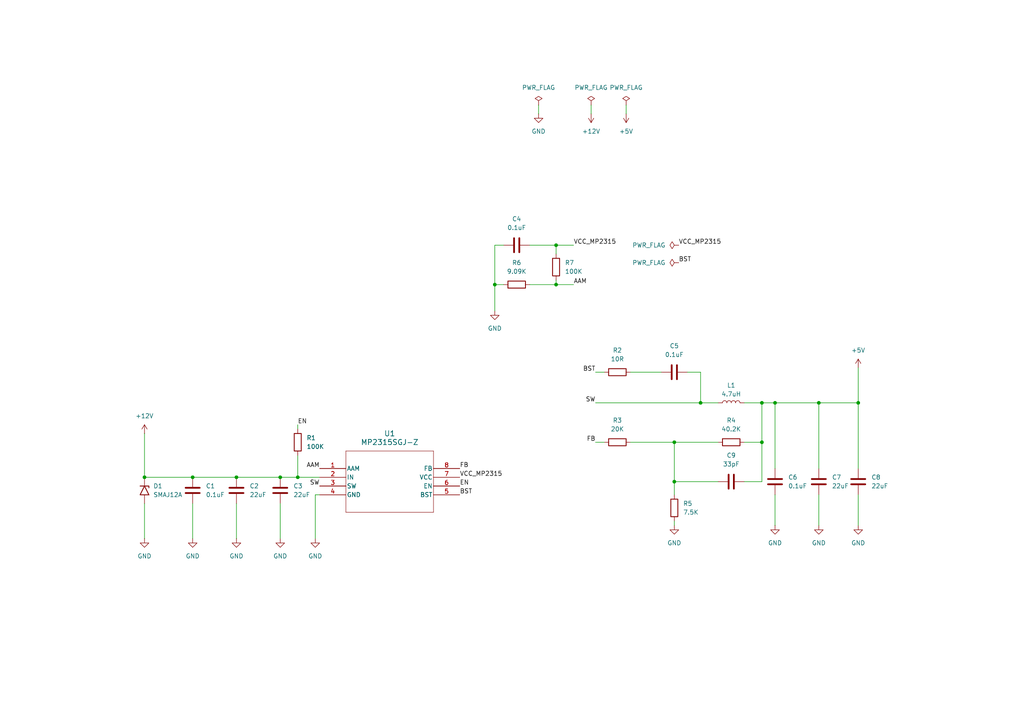
<source format=kicad_sch>
(kicad_sch (version 20231120) (generator "eeschema") (generator_version "8.0")
  (paper "A4")
  (title_block (title "12V转5V_PWM风扇驱动板") (date "2024-11-29") (rev "1.0") (company "Steins;Gate"))
  (lib_symbols
    (symbol "Device:C" (pin_numbers hide) (pin_names (offset 0.254))
      (property "Reference" "C" (at 0.635 2.54 0))
      (property "Value" "C" (at 0.635 -2.54 0))
      (symbol "C_0_1"
        (polyline (pts (xy -2.032 -0.762) (xy 2.032 -0.762)) (stroke (width 0.508)))
        (polyline (pts (xy -2.032 0.762) (xy 2.032 0.762)) (stroke (width 0.508)))
      )
      (symbol "C_1_1"
        (pin passive line (at 0 3.81 270) (length 2.794) (name "~") (number "1"))
        (pin passive line (at 0 -3.81 90) (length 2.794) (name "~") (number "2"))
      )
    )
    (symbol "Device:L" (pin_numbers hide) (pin_names (offset 1.016) hide)
      (property "Reference" "L" (at -1.27 0 90))
      (property "Value" "L" (at 1.905 0 90))
      (symbol "L_0_1"
        (arc (start 0 -2.54) (mid 0.6323 -1.905) (end 0 -1.27))
        (arc (start 0 -1.27) (mid 0.6323 -0.635) (end 0 0))
        (arc (start 0 0) (mid 0.6323 0.635) (end 0 1.27))
        (arc (start 0 1.27) (mid 0.6323 1.905) (end 0 2.54))
      )
      (symbol "L_1_1"
        (pin passive line (at 0 3.81 270) (length 1.27) (name "1") (number "1"))
        (pin passive line (at 0 -3.81 90) (length 1.27) (name "2") (number "2"))
      )
    )
    (symbol "Device:R" (pin_numbers hide) (pin_names (offset 0))
      (property "Reference" "R" (at 2.032 0 90))
      (property "Value" "R" (at 0 0 90))
      (symbol "R_0_1"
        (rectangle (start -1.016 -2.54) (end 1.016 2.54) (stroke (width 0.254)))
      )
      (symbol "R_1_1"
        (pin passive line (at 0 3.81 270) (length 1.27) (name "~") (number "1"))
        (pin passive line (at 0 -3.81 90) (length 1.27) (name "~") (number "2"))
      )
    )
    (symbol "Diode:SMAJ12A" (pin_numbers hide) (pin_names (offset 1.016) hide)
      (property "Reference" "D" (at 0 2.54 0))
      (property "Value" "SMAJ12A" (at 0 -2.54 0))
      (symbol "SMAJ12A_0_1"
        (polyline (pts (xy -0.762 1.27) (xy -1.27 1.27) (xy -1.27 -1.27)) (stroke (width 0.254)))
        (polyline (pts (xy 1.27 1.27) (xy 1.27 -1.27) (xy -1.27 0) (xy 1.27 1.27)) (stroke (width 0.254)))
      )
      (symbol "SMAJ12A_1_1"
        (pin passive line (at -3.81 0 0) (length 2.54) (name "A1") (number "1"))
        (pin passive line (at 3.81 0 180) (length 2.54) (name "A2") (number "2"))
      )
    )
    (symbol "fan:MP2315SGJ-Z" (pin_names (offset 0.254))
      (property "Reference" "U" (at 20.32 10.16 0))
      (property "Value" "MP2315SGJ-Z" (at 20.32 7.62 0))
      (symbol "MP2315SGJ-Z_0_1"
        (polyline (pts (xy 7.62 -12.7) (xy 33.02 -12.7)) (stroke (width 0.127)))
        (polyline (pts (xy 7.62 5.08) (xy 7.62 -12.7)) (stroke (width 0.127)))
        (polyline (pts (xy 33.02 -12.7) (xy 33.02 5.08)) (stroke (width 0.127)))
        (polyline (pts (xy 33.02 5.08) (xy 7.62 5.08)) (stroke (width 0.127)))
        (pin unspecified line (at 0 0 0) (length 7.62) (name "AAM") (number "1"))
        (pin power_in line (at 0 -2.54 0) (length 7.62) (name "IN") (number "2"))
        (pin output line (at 0 -5.08 0) (length 7.62) (name "SW") (number "3"))
        (pin power_in line (at 0 -7.62 0) (length 7.62) (name "GND") (number "4"))
        (pin power_in line (at 40.64 -7.62 180) (length 7.62) (name "BST") (number "5"))
        (pin unspecified line (at 40.64 -5.08 180) (length 7.62) (name "EN") (number "6"))
        (pin power_in line (at 40.64 -2.54 180) (length 7.62) (name "VCC") (number "7"))
        (pin unspecified line (at 40.64 0 180) (length 7.62) (name "FB") (number "8"))
      )
    )
    (symbol "power:+12V" (power) (pin_numbers hide) (pin_names (offset 0) hide)
      (property "Value" "+12V" (at 0 3.556 0))
      (symbol "+12V_0_1"
        (polyline (pts (xy -0.762 1.27) (xy 0 2.54)))
        (polyline (pts (xy 0 0) (xy 0 2.54)))
        (polyline (pts (xy 0 2.54) (xy 0.762 1.27)))
      )
      (symbol "+12V_1_1"
        (pin power_in line (at 0 0 90) (length 0) (name "~") (number "1"))
      )
    )
    (symbol "power:+5V" (power) (pin_numbers hide) (pin_names (offset 0) hide)
      (property "Value" "+5V" (at 0 3.556 0))
      (symbol "+5V_0_1"
        (polyline (pts (xy -0.762 1.27) (xy 0 2.54)))
        (polyline (pts (xy 0 0) (xy 0 2.54)))
        (polyline (pts (xy 0 2.54) (xy 0.762 1.27)))
      )
      (symbol "+5V_1_1"
        (pin power_in line (at 0 0 90) (length 0) (name "~") (number "1"))
      )
    )
    (symbol "power:GND" (power) (pin_numbers hide) (pin_names (offset 0) hide)
      (property "Value" "GND" (at 0 -3.81 0))
      (symbol "GND_0_1"
        (polyline (pts (xy 0 0) (xy 0 -1.27) (xy 1.27 -1.27) (xy 0 -2.54) (xy -1.27 -1.27) (xy 0 -1.27)))
      )
      (symbol "GND_1_1"
        (pin power_in line (at 0 0 270) (length 0) (name "~") (number "1"))
      )
    )
    (symbol "power:PWR_FLAG" (power) (pin_numbers hide) (pin_names (offset 0) hide)
      (property "Value" "PWR_FLAG" (at 0 3.81 0))
      (symbol "PWR_FLAG_0_0"
        (pin power_out line (at 0 0 90) (length 0) (name "~") (number "1"))
      )
      (symbol "PWR_FLAG_0_1"
        (polyline (pts (xy 0 0) (xy 0 1.27) (xy -1.016 1.905) (xy 0 2.54) (xy 1.016 1.905) (xy 0 1.27)))
      )
    )
  )
  (junction (at 161.29 71.12))
  (junction (at 224.79 116.84))
  (junction (at 220.98 128.27))
  (junction (at 68.58 138.43))
  (junction (at 55.88 138.43))
  (junction (at 161.29 82.55))
  (junction (at 86.36 138.43))
  (junction (at 203.2 116.84))
  (junction (at 220.98 116.84))
  (junction (at 237.49 116.84))
  (junction (at 81.28 138.43))
  (junction (at 41.91 138.43))
  (junction (at 143.51 82.55))
  (junction (at 248.92 116.84))
  (junction (at 195.58 139.7))
  (junction (at 195.58 128.27))
  (wire (pts (xy 182.88 128.27) (xy 195.58 128.27)))
  (wire (pts (xy 248.92 143.51) (xy 248.92 152.4)))
  (wire (pts (xy 91.44 143.51) (xy 91.44 156.21)))
  (wire (pts (xy 86.36 123.19) (xy 86.36 124.46)))
  (wire (pts (xy 224.79 143.51) (xy 224.79 152.4)))
  (wire (pts (xy 181.61 30.48) (xy 181.61 33.02)))
  (wire (pts (xy 161.29 71.12) (xy 161.29 73.66)))
  (wire (pts (xy 224.79 116.84) (xy 220.98 116.84)))
  (wire (pts (xy 86.36 132.08) (xy 86.36 138.43)))
  (wire (pts (xy 143.51 82.55) (xy 143.51 90.17)))
  (wire (pts (xy 195.58 128.27) (xy 208.28 128.27)))
  (wire (pts (xy 171.45 30.48) (xy 171.45 33.02)))
  (wire (pts (xy 220.98 116.84) (xy 220.98 128.27)))
  (wire (pts (xy 143.51 82.55) (xy 146.05 82.55)))
  (wire (pts (xy 195.58 128.27) (xy 195.58 139.7)))
  (wire (pts (xy 248.92 135.89) (xy 248.92 116.84)))
  (wire (pts (xy 143.51 71.12) (xy 143.51 82.55)))
  (wire (pts (xy 81.28 156.21) (xy 81.28 146.05)))
  (wire (pts (xy 195.58 139.7) (xy 195.58 143.51)))
  (wire (pts (xy 215.9 128.27) (xy 220.98 128.27)))
  (wire (pts (xy 161.29 71.12) (xy 166.37 71.12)))
  (wire (pts (xy 172.72 128.27) (xy 175.26 128.27)))
  (wire (pts (xy 248.92 106.68) (xy 248.92 116.84)))
  (wire (pts (xy 237.49 143.51) (xy 237.49 152.4)))
  (wire (pts (xy 41.91 146.05) (xy 41.91 156.21)))
  (wire (pts (xy 237.49 135.89) (xy 237.49 116.84)))
  (wire (pts (xy 146.05 71.12) (xy 143.51 71.12)))
  (wire (pts (xy 153.67 71.12) (xy 161.29 71.12)))
  (wire (pts (xy 86.36 138.43) (xy 92.71 138.43)))
  (wire (pts (xy 203.2 116.84) (xy 172.72 116.84)))
  (wire (pts (xy 41.91 138.43) (xy 55.88 138.43)))
  (wire (pts (xy 156.21 30.48) (xy 156.21 33.02)))
  (wire (pts (xy 220.98 128.27) (xy 220.98 139.7)))
  (wire (pts (xy 195.58 139.7) (xy 208.28 139.7)))
  (wire (pts (xy 55.88 138.43) (xy 68.58 138.43)))
  (wire (pts (xy 199.39 107.95) (xy 203.2 107.95)))
  (wire (pts (xy 182.88 107.95) (xy 191.77 107.95)))
  (wire (pts (xy 161.29 82.55) (xy 161.29 81.28)))
  (wire (pts (xy 68.58 146.05) (xy 68.58 156.21)))
  (wire (pts (xy 224.79 116.84) (xy 237.49 116.84)))
  (wire (pts (xy 41.91 125.73) (xy 41.91 138.43)))
  (wire (pts (xy 220.98 139.7) (xy 215.9 139.7)))
  (wire (pts (xy 203.2 107.95) (xy 203.2 116.84)))
  (wire (pts (xy 55.88 146.05) (xy 55.88 156.21)))
  (wire (pts (xy 195.58 152.4) (xy 195.58 151.13)))
  (wire (pts (xy 92.71 143.51) (xy 91.44 143.51)))
  (wire (pts (xy 172.72 107.95) (xy 175.26 107.95)))
  (wire (pts (xy 215.9 116.84) (xy 220.98 116.84)))
  (wire (pts (xy 237.49 116.84) (xy 248.92 116.84)))
  (wire (pts (xy 208.28 116.84) (xy 203.2 116.84)))
  (wire (pts (xy 224.79 135.89) (xy 224.79 116.84)))
  (wire (pts (xy 153.67 82.55) (xy 161.29 82.55)))
  (wire (pts (xy 81.28 138.43) (xy 86.36 138.43)))
  (wire (pts (xy 161.29 82.55) (xy 166.37 82.55)))
  (wire (pts (xy 68.58 138.43) (xy 81.28 138.43)))
  (label "SW" (at 172.72 116.84 180))
  (label "AAM" (at 92.71 135.89 180))
  (label "EN" (at 133.35 140.97 0))
  (label "FB" (at 172.72 128.27 180))
  (label "EN" (at 86.36 123.19 0))
  (label "BST" (at 133.35 143.51 0))
  (label "VCC_MP2315" (at 133.35 138.43 0))
  (label "FB" (at 133.35 135.89 0))
  (label "VCC_MP2315" (at 196.85 71.12 0))
  (label "BST" (at 172.72 107.95 180))
  (label "SW" (at 92.71 140.97 180))
  (label "BST" (at 196.85 76.2 0))
  (label "VCC_MP2315" (at 166.37 71.12 0))
  (label "AAM" (at 166.37 82.55 0))
  (symbol (lib_id "Device:R") (at 212.09 128.27 90) (unit 1)
    (property "Reference" "R4" (at 212.09 121.92 90))
    (property "Value" "40.2K" (at 212.09 124.46 90))
    (property "Footprint" "Resistor_SMD:R_0805_2012Metric_Pad1.20x1.40mm_HandSolder" (effects (hide yes)))
    (property "Description" "Resistor" (effects (hide yes)))
  )
  (symbol (lib_id "power:GND") (at 143.51 90.17 0) (unit 1)
    (property "Reference" "#PWR015" (effects (hide yes)))
    (property "Value" "GND" (at 143.51 95.25 0))
    (property "Description" "Power symbol creates a global label with name \"GND\" , ground" (effects (hide yes)))
  )
  (symbol (lib_id "power:+5V") (at 181.61 33.02 180) (unit 1)
    (property "Reference" "#PWR08" (effects (hide yes)))
    (property "Value" "+5V" (at 181.61 38.1 0))
    (property "Description" "Power symbol creates a global label with name \"+5V\"" (effects (hide yes)))
  )
  (symbol (lib_id "Device:C") (at 68.58 142.24 0) (unit 1)
    (property "Reference" "C2" (at 72.39 140.9699 0) (effects (justify left)))
    (property "Value" "22uF" (at 72.39 143.5099 0) (effects (justify left)))
    (property "Footprint" "Capacitor_SMD:C_1206_3216Metric_Pad1.33x1.80mm_HandSolder" (effects (hide yes)))
    (property "Description" "Unpolarized capacitor" (effects (hide yes)))
  )
  (symbol (lib_id "power:PWR_FLAG") (at 171.45 30.48 0) (unit 1)
    (property "Reference" "#FLG02" (effects (hide yes)))
    (property "Value" "PWR_FLAG" (at 171.45 25.4 0))
    (property "Description" "Special symbol for telling ERC where power comes from" (effects (hide yes)))
  )
  (symbol (lib_id "Device:C") (at 81.28 142.24 0) (unit 1)
    (property "Reference" "C3" (at 85.09 140.9699 0) (effects (justify left)))
    (property "Value" "22uF" (at 85.09 143.5099 0) (effects (justify left)))
    (property "Footprint" "Capacitor_SMD:C_1206_3216Metric_Pad1.33x1.80mm_HandSolder" (effects (hide yes)))
    (property "Description" "Unpolarized capacitor" (effects (hide yes)))
  )
  (symbol (lib_id "Diode:SMAJ12A") (at 41.91 142.24 270) (unit 1)
    (property "Reference" "D1" (at 44.45 140.9699 90) (effects (justify left)))
    (property "Value" "SMAJ12A" (at 44.45 143.5099 90) (effects (justify left)))
    (property "Footprint" "Diode_SMD:D_SMA" (effects (hide yes)))
    (property "Datasheet" "https://www.littelfuse.com/media?resourcetype=datasheets&itemid=75e32973-b177-4ee3-a0ff-cedaf1abdb93&filename=smaj-datasheet" (effects (hide yes)))
    (property "Description" "400W unidirectional Transient Voltage Suppressor, 12.0Vr, SMA(DO-214AC)" (effects (hide yes)))
  )
  (symbol (lib_id "power:+12V") (at 41.91 125.73 0) (unit 1)
    (property "Reference" "#PWR09" (effects (hide yes)))
    (property "Value" "+12V" (at 41.91 120.65 0))
    (property "Description" "Power symbol creates a global label with name \"+12V\"" (effects (hide yes)))
  )
  (symbol (lib_id "power:PWR_FLAG") (at 196.85 71.12 90) (unit 1)
    (property "Reference" "#FLG01" (effects (hide yes)))
    (property "Value" "PWR_FLAG" (at 193.04 71.1199 90) (effects (justify left)))
    (property "Description" "Special symbol for telling ERC where power comes from" (effects (hide yes)))
  )
  (symbol (lib_id "Device:C") (at 248.92 139.7 0) (unit 1)
    (property "Reference" "C8" (at 252.73 138.4299 0) (effects (justify left)))
    (property "Value" "22uF" (at 252.73 140.9699 0) (effects (justify left)))
    (property "Footprint" "Capacitor_SMD:C_1206_3216Metric_Pad1.33x1.80mm_HandSolder" (effects (hide yes)))
    (property "Description" "Unpolarized capacitor" (effects (hide yes)))
  )
  (symbol (lib_id "fan:MP2315SGJ-Z") (at 92.71 135.89 0) (unit 1)
    (property "Reference" "U1" (at 113.03 125.73 0) (effects (font (size 1.524 1.524))))
    (property "Value" "MP2315SGJ-Z" (at 113.03 128.27 0) (effects (font (size 1.524 1.524))))
    (property "Footprint" "Package_TO_SOT_SMD:TSOT-23-8_HandSoldering" (effects (hide yes)))
    (property "Datasheet" "MP2315SGJ-Z" (effects (hide yes)))
  )
  (symbol (lib_id "Device:R") (at 179.07 107.95 90) (unit 1)
    (property "Reference" "R2" (at 179.07 101.6 90))
    (property "Value" "10R" (at 179.07 104.14 90))
    (property "Footprint" "Resistor_SMD:R_0805_2012Metric_Pad1.20x1.40mm_HandSolder" (effects (hide yes)))
    (property "Description" "Resistor" (effects (hide yes)))
  )
  (symbol (lib_id "power:GND") (at 195.58 152.4 0) (unit 1)
    (property "Reference" "#PWR016" (effects (hide yes)))
    (property "Value" "GND" (at 195.58 157.48 0))
    (property "Description" "Power symbol creates a global label with name \"GND\" , ground" (effects (hide yes)))
  )
  (symbol (lib_id "power:PWR_FLAG") (at 196.85 76.2 90) (unit 1)
    (property "Reference" "#FLG05" (effects (hide yes)))
    (property "Value" "PWR_FLAG" (at 193.04 76.1999 90) (effects (justify left)))
    (property "Description" "Special symbol for telling ERC where power comes from" (effects (hide yes)))
  )
  (symbol (lib_id "Device:R") (at 161.29 77.47 0) (unit 1)
    (property "Reference" "R7" (at 163.83 76.1999 0) (effects (justify left)))
    (property "Value" "100K" (at 163.83 78.7399 0) (effects (justify left)))
    (property "Footprint" "Resistor_SMD:R_0805_2012Metric_Pad1.20x1.40mm_HandSolder" (effects (hide yes)))
    (property "Description" "Resistor" (effects (hide yes)))
  )
  (symbol (lib_id "power:GND") (at 55.88 156.21 0) (unit 1)
    (property "Reference" "#PWR011" (effects (hide yes)))
    (property "Value" "GND" (at 55.88 161.29 0))
    (property "Description" "Power symbol creates a global label with name \"GND\" , ground" (effects (hide yes)))
  )
  (symbol (lib_id "power:GND") (at 81.28 156.21 0) (unit 1)
    (property "Reference" "#PWR013" (effects (hide yes)))
    (property "Value" "GND" (at 81.28 161.29 0))
    (property "Description" "Power symbol creates a global label with name \"GND\" , ground" (effects (hide yes)))
  )
  (symbol (lib_id "Device:R") (at 149.86 82.55 90) (unit 1)
    (property "Reference" "R6" (at 149.86 76.2 90))
    (property "Value" "9.09K" (at 149.86 78.74 90))
    (property "Footprint" "Resistor_SMD:R_0805_2012Metric_Pad1.20x1.40mm_HandSolder" (effects (hide yes)))
    (property "Description" "Resistor" (effects (hide yes)))
  )
  (symbol (lib_id "Device:C") (at 55.88 142.24 0) (unit 1)
    (property "Reference" "C1" (at 59.69 140.9699 0) (effects (justify left)))
    (property "Value" "0.1uF" (at 59.69 143.5099 0) (effects (justify left)))
    (property "Footprint" "Capacitor_SMD:C_0805_2012Metric_Pad1.18x1.45mm_HandSolder" (effects (hide yes)))
    (property "Description" "Unpolarized capacitor" (effects (hide yes)))
  )
  (symbol (lib_id "Device:R") (at 179.07 128.27 90) (unit 1)
    (property "Reference" "R3" (at 179.07 121.92 90))
    (property "Value" "20K" (at 179.07 124.46 90))
    (property "Footprint" "Resistor_SMD:R_0805_2012Metric_Pad1.20x1.40mm_HandSolder" (effects (hide yes)))
    (property "Description" "Resistor" (effects (hide yes)))
  )
  (symbol (lib_id "power:GND") (at 237.49 152.4 0) (unit 1)
    (property "Reference" "#PWR018" (effects (hide yes)))
    (property "Value" "GND" (at 237.49 157.48 0))
    (property "Description" "Power symbol creates a global label with name \"GND\" , ground" (effects (hide yes)))
  )
  (symbol (lib_id "power:GND") (at 156.21 33.02 0) (unit 1)
    (property "Reference" "#PWR06" (effects (hide yes)))
    (property "Value" "GND" (at 156.21 38.1 0))
    (property "Description" "Power symbol creates a global label with name \"GND\" , ground" (effects (hide yes)))
  )
  (symbol (lib_id "Device:R") (at 86.36 128.27 180) (unit 1)
    (property "Reference" "R1" (at 88.9 126.9999 0) (effects (justify right)))
    (property "Value" "100K" (at 88.9 129.5399 0) (effects (justify right)))
    (property "Footprint" "Resistor_SMD:R_0805_2012Metric_Pad1.20x1.40mm_HandSolder" (effects (hide yes)))
    (property "Description" "Resistor" (effects (hide yes)))
  )
  (symbol (lib_id "Device:C") (at 224.79 139.7 0) (unit 1)
    (property "Reference" "C6" (at 228.6 138.4299 0) (effects (justify left)))
    (property "Value" "0.1uF" (at 228.6 140.9699 0) (effects (justify left)))
    (property "Footprint" "Capacitor_SMD:C_0805_2012Metric_Pad1.18x1.45mm_HandSolder" (effects (hide yes)))
    (property "Description" "Unpolarized capacitor" (effects (hide yes)))
  )
  (symbol (lib_id "power:GND") (at 224.79 152.4 0) (unit 1)
    (property "Reference" "#PWR017" (effects (hide yes)))
    (property "Value" "GND" (at 224.79 157.48 0))
    (property "Description" "Power symbol creates a global label with name \"GND\" , ground" (effects (hide yes)))
  )
  (symbol (lib_id "power:+5V") (at 248.92 106.68 0) (unit 1)
    (property "Reference" "#PWR020" (effects (hide yes)))
    (property "Value" "+5V" (at 248.92 101.6 0))
    (property "Description" "Power symbol creates a global label with name \"+5V\"" (effects (hide yes)))
  )
  (symbol (lib_id "power:PWR_FLAG") (at 181.61 30.48 0) (unit 1)
    (property "Reference" "#FLG04" (effects (hide yes)))
    (property "Value" "PWR_FLAG" (at 181.61 25.4 0))
    (property "Description" "Special symbol for telling ERC where power comes from" (effects (hide yes)))
  )
  (symbol (lib_id "Device:C") (at 237.49 139.7 0) (unit 1)
    (property "Reference" "C7" (at 241.3 138.4299 0) (effects (justify left)))
    (property "Value" "22uF" (at 241.3 140.9699 0) (effects (justify left)))
    (property "Footprint" "Capacitor_SMD:C_1206_3216Metric_Pad1.33x1.80mm_HandSolder" (effects (hide yes)))
    (property "Description" "Unpolarized capacitor" (effects (hide yes)))
  )
  (symbol (lib_id "power:GND") (at 248.92 152.4 0) (unit 1)
    (property "Reference" "#PWR019" (effects (hide yes)))
    (property "Value" "GND" (at 248.92 157.48 0))
    (property "Description" "Power symbol creates a global label with name \"GND\" , ground" (effects (hide yes)))
  )
  (symbol (lib_id "power:GND") (at 41.91 156.21 0) (unit 1)
    (property "Reference" "#PWR010" (effects (hide yes)))
    (property "Value" "GND" (at 41.91 161.29 0))
    (property "Description" "Power symbol creates a global label with name \"GND\" , ground" (effects (hide yes)))
  )
  (symbol (lib_id "power:GND") (at 91.44 156.21 0) (unit 1)
    (property "Reference" "#PWR014" (effects (hide yes)))
    (property "Value" "GND" (at 91.44 161.29 0))
    (property "Description" "Power symbol creates a global label with name \"GND\" , ground" (effects (hide yes)))
  )
  (symbol (lib_id "power:PWR_FLAG") (at 156.21 30.48 0) (unit 1)
    (property "Reference" "#FLG03" (effects (hide yes)))
    (property "Value" "PWR_FLAG" (at 156.21 25.4 0))
    (property "Description" "Special symbol for telling ERC where power comes from" (effects (hide yes)))
  )
  (symbol (lib_id "Device:L") (at 212.09 116.84 90) (unit 1)
    (property "Reference" "L1" (at 212.09 111.76 90))
    (property "Value" "4.7uH" (at 212.09 114.3 90))
    (property "Footprint" "Inductor_SMD:L_Changjiang_FXL0630" (effects (hide yes)))
    (property "Description" "Inductor" (effects (hide yes)))
  )
  (symbol (lib_id "Device:C") (at 195.58 107.95 90) (unit 1)
    (property "Reference" "C5" (at 195.58 100.33 90))
    (property "Value" "0.1uF" (at 195.58 102.87 90))
    (property "Footprint" "Capacitor_SMD:C_0805_2012Metric_Pad1.18x1.45mm_HandSolder" (effects (hide yes)))
    (property "Description" "Unpolarized capacitor" (effects (hide yes)))
  )
  (symbol (lib_id "Device:C") (at 212.09 139.7 90) (unit 1)
    (property "Reference" "C9" (at 212.09 132.08 90))
    (property "Value" "33pF" (at 212.09 134.62 90))
    (property "Footprint" "Capacitor_SMD:C_0805_2012Metric_Pad1.18x1.45mm_HandSolder" (effects (hide yes)))
    (property "Description" "Unpolarized capacitor" (effects (hide yes)))
  )
  (symbol (lib_id "Device:R") (at 195.58 147.32 0) (unit 1)
    (property "Reference" "R5" (at 198.12 146.0499 0) (effects (justify left)))
    (property "Value" "7.5K" (at 198.12 148.5899 0) (effects (justify left)))
    (property "Footprint" "Resistor_SMD:R_0805_2012Metric_Pad1.20x1.40mm_HandSolder" (effects (hide yes)))
    (property "Description" "Resistor" (effects (hide yes)))
  )
  (symbol (lib_id "Device:C") (at 149.86 71.12 90) (unit 1)
    (property "Reference" "C4" (at 149.86 63.5 90))
    (property "Value" "0.1uF" (at 149.86 66.04 90))
    (property "Footprint" "Capacitor_SMD:C_0805_2012Metric_Pad1.18x1.45mm_HandSolder" (effects (hide yes)))
    (property "Description" "Unpolarized capacitor" (effects (hide yes)))
  )
  (symbol (lib_id "power:GND") (at 68.58 156.21 0) (unit 1)
    (property "Reference" "#PWR012" (effects (hide yes)))
    (property "Value" "GND" (at 68.58 161.29 0))
    (property "Description" "Power symbol creates a global label with name \"GND\" , ground" (effects (hide yes)))
  )
  (symbol (lib_id "power:+12V") (at 171.45 33.02 180) (unit 1)
    (property "Reference" "#PWR07" (effects (hide yes)))
    (property "Value" "+12V" (at 171.45 38.1 0))
    (property "Description" "Power symbol creates a global label with name \"+12V\"" (effects (hide yes)))
  )
)
</source>
